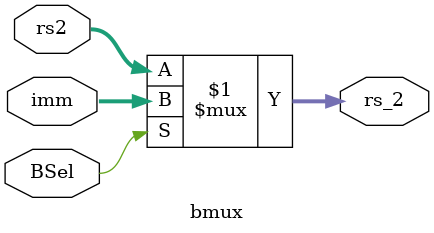
<source format=v>
module bmux #(parameter WIDTH = 5, AWIDTH = 32, DWIDTH = 32)(
	
	//INPUTS TO THE MUX
	input [DWIDTH-1:0] rs2,
	input [AWIDTH-1:0] imm,
	input BSel, 

	//OUTPUTS FROM THE MUX
	output [DWIDTH-1:0] rs_2

);
	assign rs_2 = BSel ? imm : rs2;
endmodule 

</source>
